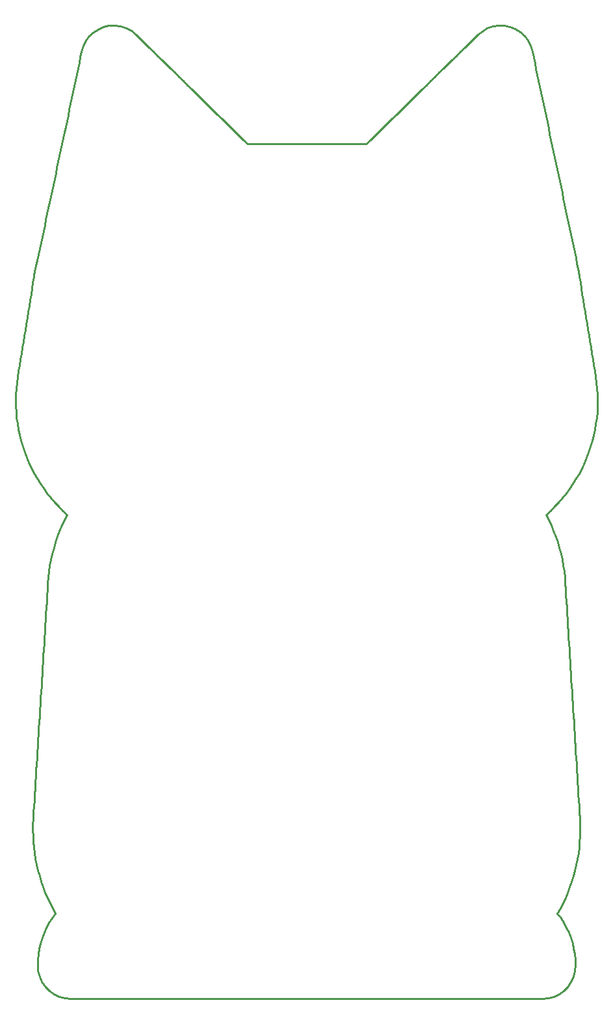
<source format=gbr>
G04 EAGLE Gerber X2 export*
%TF.Part,Single*%
%TF.FileFunction,Profile,NP*%
%TF.FilePolarity,Positive*%
%TF.GenerationSoftware,Autodesk,EAGLE,9.0.1*%
%TF.CreationDate,2018-06-27T06:52:03Z*%
G75*
%MOMM*%
%FSLAX34Y34*%
%LPD*%
%AMOC8*
5,1,8,0,0,1.08239X$1,22.5*%
G01*
%ADD10C,0.254000*%


D10*
X5Y782456D02*
X103Y774796D01*
X500Y767150D01*
X1197Y759524D01*
X2192Y751930D01*
X3484Y744382D01*
X5071Y736891D01*
X6952Y729466D01*
X9121Y722121D01*
X11576Y714868D01*
X14311Y707714D01*
X17324Y700670D01*
X20606Y693752D01*
X24155Y686962D01*
X27962Y680317D01*
X32022Y673822D01*
X36329Y667488D01*
X40874Y661327D01*
X45653Y655342D01*
X50658Y649545D01*
X55881Y643944D01*
X61313Y638548D01*
X66952Y633362D01*
X63422Y626400D01*
X60140Y619317D01*
X57110Y612120D01*
X54338Y604824D01*
X51825Y597430D01*
X49578Y589951D01*
X47598Y582401D01*
X45886Y574782D01*
X44446Y567109D01*
X43278Y559388D01*
X42383Y551635D01*
X41760Y543853D01*
X41273Y536009D01*
X40786Y528166D01*
X40299Y520324D01*
X39812Y512481D01*
X39325Y504639D01*
X38838Y496799D01*
X38351Y488954D01*
X37864Y481111D01*
X37377Y473268D01*
X36890Y465424D01*
X36403Y457583D01*
X35916Y449741D01*
X35429Y441896D01*
X34943Y434055D01*
X34456Y426214D01*
X33968Y418369D01*
X33482Y410525D01*
X32994Y402681D01*
X32507Y394838D01*
X32021Y386995D01*
X31534Y379154D01*
X31047Y371312D01*
X30560Y363469D01*
X30073Y355627D01*
X29586Y347783D01*
X29099Y339943D01*
X28612Y332098D01*
X28125Y324257D01*
X27638Y316415D01*
X27151Y308572D01*
X26664Y300731D01*
X26177Y292885D01*
X25690Y285042D01*
X25203Y277200D01*
X24717Y269356D01*
X24229Y261512D01*
X23743Y253672D01*
X23256Y245828D01*
X22769Y237986D01*
X22439Y230409D01*
X22364Y222827D01*
X22546Y215247D01*
X22987Y207676D01*
X23686Y200123D01*
X24644Y192600D01*
X25860Y185116D01*
X27333Y177679D01*
X29063Y170297D01*
X31046Y162978D01*
X33280Y155733D01*
X35763Y148569D01*
X38491Y141494D01*
X41461Y134516D01*
X44671Y127641D01*
X48113Y120883D01*
X51785Y114246D01*
X47483Y108395D01*
X43576Y102269D01*
X40086Y95901D01*
X37028Y89313D01*
X34417Y82533D01*
X32267Y75595D01*
X30587Y68527D01*
X29386Y61362D01*
X28666Y54131D01*
X28427Y46871D01*
X29073Y39286D01*
X31017Y31926D01*
X34218Y25015D01*
X38579Y18773D01*
X43964Y13388D01*
X50206Y9027D01*
X57112Y5827D01*
X64474Y3882D01*
X72063Y3235D01*
X685819Y3235D01*
X693379Y3895D01*
X700705Y5863D01*
X707576Y9081D01*
X713786Y13445D01*
X719143Y18820D01*
X723478Y25051D01*
X726639Y31947D01*
X728516Y39299D01*
X729056Y46871D01*
X728817Y54132D01*
X728098Y61359D01*
X726896Y68524D01*
X725217Y75592D01*
X723066Y82534D01*
X720455Y89312D01*
X717396Y95902D01*
X713905Y102272D01*
X709997Y108398D01*
X705693Y114252D01*
X709364Y120886D01*
X712806Y127644D01*
X716014Y134515D01*
X718985Y141494D01*
X721713Y148567D01*
X724196Y155731D01*
X726431Y162977D01*
X728415Y170298D01*
X730144Y177680D01*
X731618Y185117D01*
X732834Y192602D01*
X733792Y200127D01*
X734492Y207679D01*
X734932Y215249D01*
X735114Y222826D01*
X735039Y230410D01*
X734710Y237986D01*
X734223Y245830D01*
X733736Y253673D01*
X733249Y261515D01*
X732762Y269358D01*
X732275Y277200D01*
X731788Y285040D01*
X731301Y292884D01*
X730814Y300728D01*
X730327Y308571D01*
X729840Y316415D01*
X729353Y324256D01*
X728867Y332098D01*
X728379Y339942D01*
X727892Y347783D01*
X727406Y355625D01*
X726919Y363470D01*
X726431Y371314D01*
X725944Y379158D01*
X725458Y387001D01*
X724971Y394843D01*
X724484Y402685D01*
X723997Y410527D01*
X723510Y418370D01*
X723023Y426212D01*
X722536Y434055D01*
X722049Y441896D01*
X721562Y449741D01*
X721075Y457582D01*
X720588Y465424D01*
X720101Y473267D01*
X719615Y481108D01*
X719127Y488953D01*
X718640Y496797D01*
X718154Y504639D01*
X717666Y512482D01*
X717179Y520326D01*
X716693Y528167D01*
X716206Y536010D01*
X715719Y543853D01*
X715123Y551624D01*
X714255Y559367D01*
X713114Y567078D01*
X711701Y574740D01*
X710016Y582351D01*
X708061Y589896D01*
X705839Y597364D01*
X703352Y604752D01*
X700603Y612045D01*
X697596Y619235D01*
X694336Y626314D01*
X690826Y633274D01*
X696469Y638457D01*
X701911Y643854D01*
X707143Y649457D01*
X712154Y655254D01*
X716938Y661238D01*
X721492Y667404D01*
X725806Y673741D01*
X729873Y680239D01*
X733686Y686886D01*
X737238Y693676D01*
X740526Y700599D01*
X743544Y707644D01*
X746284Y714800D01*
X748743Y722057D01*
X750917Y729407D01*
X752800Y736834D01*
X754392Y744334D01*
X755688Y751889D01*
X756685Y759486D01*
X757384Y767119D01*
X757782Y774775D01*
X757881Y782438D01*
X757682Y790098D01*
X757186Y797744D01*
X756397Y805368D01*
X755318Y812953D01*
X754073Y820602D01*
X752829Y828252D01*
X751584Y835902D01*
X750339Y843550D01*
X749095Y851197D01*
X747850Y858847D01*
X746606Y866496D01*
X745361Y874146D01*
X744116Y881795D01*
X742871Y889448D01*
X741625Y897099D01*
X740381Y904749D01*
X739136Y912399D01*
X737891Y920051D01*
X736646Y927698D01*
X735401Y935349D01*
X734157Y942997D01*
X734202Y943164D01*
X733203Y949813D01*
X731697Y956970D01*
X731108Y959776D01*
X729491Y967459D01*
X727874Y975144D01*
X726257Y982827D01*
X724640Y990510D01*
X723022Y998195D01*
X721405Y1005880D01*
X719788Y1013564D01*
X718171Y1021248D01*
X716553Y1028931D01*
X714936Y1036615D01*
X713319Y1044298D01*
X711702Y1051984D01*
X710085Y1059667D01*
X708468Y1067350D01*
X706850Y1075035D01*
X705233Y1082719D01*
X703616Y1090404D01*
X701998Y1098089D01*
X700381Y1105772D01*
X698765Y1113454D01*
X697147Y1121138D01*
X695530Y1128823D01*
X693913Y1136505D01*
X692296Y1144188D01*
X690679Y1151871D01*
X689061Y1159558D01*
X687444Y1167245D01*
X685827Y1174927D01*
X684210Y1182610D01*
X682593Y1190292D01*
X680975Y1197979D01*
X679358Y1205663D01*
X677741Y1213348D01*
X676123Y1221033D01*
X674506Y1228717D01*
X672889Y1236400D01*
X670713Y1243627D01*
X667293Y1250353D01*
X662705Y1256345D01*
X657107Y1261402D01*
X650698Y1265378D01*
X643688Y1268172D01*
X636298Y1269705D01*
X628754Y1269923D01*
X621293Y1268796D01*
X614159Y1266337D01*
X607591Y1262627D01*
X601777Y1257815D01*
X596196Y1252343D01*
X590618Y1246874D01*
X585041Y1241405D01*
X579460Y1235934D01*
X573880Y1230462D01*
X568299Y1224990D01*
X562719Y1219519D01*
X557142Y1214050D01*
X551564Y1208582D01*
X545984Y1203111D01*
X540404Y1197640D01*
X534825Y1192170D01*
X529246Y1186699D01*
X523667Y1181229D01*
X518089Y1175760D01*
X512511Y1170291D01*
X506932Y1164822D01*
X501354Y1159352D01*
X495775Y1153881D01*
X490194Y1148410D01*
X484617Y1142942D01*
X479038Y1137471D01*
X473459Y1132001D01*
X467882Y1126533D01*
X462301Y1121061D01*
X456722Y1115591D01*
X301971Y1115591D01*
X296390Y1121063D01*
X290812Y1126532D01*
X285235Y1132000D01*
X279654Y1137472D01*
X274074Y1142943D01*
X268493Y1148415D01*
X262913Y1153886D01*
X257336Y1159355D01*
X251759Y1164823D01*
X246178Y1170295D01*
X240598Y1175766D01*
X235020Y1181236D01*
X229440Y1186706D01*
X223861Y1192177D01*
X218283Y1197646D01*
X212705Y1203114D01*
X207126Y1208584D01*
X201548Y1214054D01*
X195968Y1219524D01*
X190388Y1224996D01*
X184811Y1230464D01*
X179232Y1235934D01*
X173653Y1241404D01*
X168076Y1246873D01*
X162495Y1252345D01*
X156916Y1257815D01*
X150804Y1262830D01*
X143871Y1266628D01*
X136343Y1269040D01*
X128494Y1269985D01*
X121142Y1269539D01*
X113970Y1267846D01*
X107194Y1264964D01*
X101012Y1260963D01*
X95620Y1255942D01*
X91207Y1250045D01*
X87913Y1243459D01*
X85804Y1236400D01*
X84204Y1228846D01*
X82603Y1221292D01*
X81003Y1213737D01*
X79402Y1206182D01*
X77802Y1198625D01*
X76202Y1191071D01*
X74601Y1183516D01*
X73001Y1175962D01*
X71400Y1168406D01*
X69801Y1160853D01*
X68200Y1153296D01*
X66600Y1145741D01*
X65000Y1138189D01*
X63399Y1130633D01*
X61799Y1123078D01*
X60199Y1115525D01*
X58598Y1107967D01*
X56998Y1100413D01*
X55397Y1092858D01*
X53797Y1085303D01*
X52197Y1077747D01*
X50596Y1070191D01*
X48996Y1062637D01*
X47395Y1055081D01*
X45795Y1047525D01*
X44195Y1039971D01*
X42594Y1032416D01*
X40994Y1024862D01*
X39394Y1017307D01*
X37793Y1009750D01*
X36193Y1002196D01*
X34592Y994641D01*
X32992Y987087D01*
X31392Y979531D01*
X29791Y971977D01*
X27837Y964556D01*
X26162Y957069D01*
X24789Y949523D01*
X23978Y944526D01*
X23580Y942656D01*
X23683Y942718D01*
X22441Y935085D01*
X21199Y927452D01*
X19957Y919818D01*
X18715Y912186D01*
X17474Y904555D01*
X16232Y896922D01*
X14990Y889290D01*
X13748Y881656D01*
X12506Y874024D01*
X11263Y866387D01*
X10021Y858752D01*
X8779Y851119D01*
X7536Y843485D01*
X6294Y835850D01*
X5052Y828219D01*
X3810Y820585D01*
X2568Y812953D01*
X1490Y805371D01*
X701Y797755D01*
X205Y790113D01*
X5Y782456D01*
M02*

</source>
